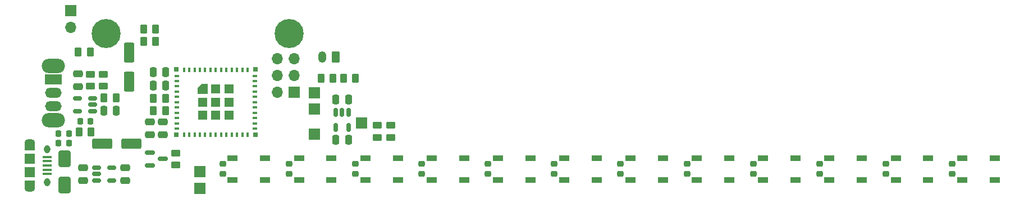
<source format=gbr>
%TF.GenerationSoftware,KiCad,Pcbnew,7.0.5-0*%
%TF.CreationDate,2024-04-01T11:26:04-06:00*%
%TF.ProjectId,rainbow-music-pegasus,7261696e-626f-4772-9d6d-757369632d70,rev?*%
%TF.SameCoordinates,Original*%
%TF.FileFunction,Soldermask,Top*%
%TF.FilePolarity,Negative*%
%FSLAX46Y46*%
G04 Gerber Fmt 4.6, Leading zero omitted, Abs format (unit mm)*
G04 Created by KiCad (PCBNEW 7.0.5-0) date 2024-04-01 11:26:04*
%MOMM*%
%LPD*%
G01*
G04 APERTURE LIST*
G04 Aperture macros list*
%AMRoundRect*
0 Rectangle with rounded corners*
0 $1 Rounding radius*
0 $2 $3 $4 $5 $6 $7 $8 $9 X,Y pos of 4 corners*
0 Add a 4 corners polygon primitive as box body*
4,1,4,$2,$3,$4,$5,$6,$7,$8,$9,$2,$3,0*
0 Add four circle primitives for the rounded corners*
1,1,$1+$1,$2,$3*
1,1,$1+$1,$4,$5*
1,1,$1+$1,$6,$7*
1,1,$1+$1,$8,$9*
0 Add four rect primitives between the rounded corners*
20,1,$1+$1,$2,$3,$4,$5,0*
20,1,$1+$1,$4,$5,$6,$7,0*
20,1,$1+$1,$6,$7,$8,$9,0*
20,1,$1+$1,$8,$9,$2,$3,0*%
%AMFreePoly0*
4,1,6,0.725000,-0.725000,-0.725000,-0.725000,-0.725000,0.125000,-0.125000,0.725000,0.725000,0.725000,0.725000,-0.725000,0.725000,-0.725000,$1*%
G04 Aperture macros list end*
%ADD10R,1.350000X0.400000*%
%ADD11O,1.550000X1.000000*%
%ADD12R,1.500000X1.200000*%
%ADD13O,0.950000X1.250000*%
%ADD14R,1.500000X1.500000*%
%ADD15RoundRect,0.225000X0.250000X-0.225000X0.250000X0.225000X-0.250000X0.225000X-0.250000X-0.225000X0*%
%ADD16R,1.500000X0.900000*%
%ADD17R,1.700000X1.700000*%
%ADD18RoundRect,0.250000X0.475000X-0.250000X0.475000X0.250000X-0.475000X0.250000X-0.475000X-0.250000X0*%
%ADD19RoundRect,0.250000X-0.250000X-0.475000X0.250000X-0.475000X0.250000X0.475000X-0.250000X0.475000X0*%
%ADD20O,3.500000X2.200000*%
%ADD21R,2.500000X1.500000*%
%ADD22O,2.500000X1.500000*%
%ADD23RoundRect,0.218750X0.218750X0.256250X-0.218750X0.256250X-0.218750X-0.256250X0.218750X-0.256250X0*%
%ADD24RoundRect,0.250000X0.450000X-0.262500X0.450000X0.262500X-0.450000X0.262500X-0.450000X-0.262500X0*%
%ADD25RoundRect,0.225000X-0.225000X-0.250000X0.225000X-0.250000X0.225000X0.250000X-0.225000X0.250000X0*%
%ADD26RoundRect,0.250000X0.262500X0.450000X-0.262500X0.450000X-0.262500X-0.450000X0.262500X-0.450000X0*%
%ADD27RoundRect,0.250000X-0.262500X-0.450000X0.262500X-0.450000X0.262500X0.450000X-0.262500X0.450000X0*%
%ADD28RoundRect,0.150000X-0.587500X-0.150000X0.587500X-0.150000X0.587500X0.150000X-0.587500X0.150000X0*%
%ADD29RoundRect,0.150000X-0.150000X0.512500X-0.150000X-0.512500X0.150000X-0.512500X0.150000X0.512500X0*%
%ADD30RoundRect,0.250000X1.250000X0.550000X-1.250000X0.550000X-1.250000X-0.550000X1.250000X-0.550000X0*%
%ADD31RoundRect,0.250000X0.650000X-1.000000X0.650000X1.000000X-0.650000X1.000000X-0.650000X-1.000000X0*%
%ADD32RoundRect,0.250000X0.350000X0.625000X-0.350000X0.625000X-0.350000X-0.625000X0.350000X-0.625000X0*%
%ADD33O,1.200000X1.750000*%
%ADD34O,1.700000X1.700000*%
%ADD35RoundRect,0.250000X-0.450000X0.262500X-0.450000X-0.262500X0.450000X-0.262500X0.450000X0.262500X0*%
%ADD36RoundRect,0.150000X-0.512500X-0.150000X0.512500X-0.150000X0.512500X0.150000X-0.512500X0.150000X0*%
%ADD37RoundRect,0.218750X-0.218750X-0.256250X0.218750X-0.256250X0.218750X0.256250X-0.218750X0.256250X0*%
%ADD38RoundRect,0.250000X0.250000X0.475000X-0.250000X0.475000X-0.250000X-0.475000X0.250000X-0.475000X0*%
%ADD39RoundRect,0.250000X0.550000X-1.250000X0.550000X1.250000X-0.550000X1.250000X-0.550000X-1.250000X0*%
%ADD40C,0.700000*%
%ADD41C,4.400000*%
%ADD42RoundRect,0.150000X0.512500X0.150000X-0.512500X0.150000X-0.512500X-0.150000X0.512500X-0.150000X0*%
%ADD43R,0.800000X0.400000*%
%ADD44R,0.400000X0.800000*%
%ADD45FreePoly0,0.000000*%
%ADD46R,1.450000X1.450000*%
%ADD47R,0.700000X0.700000*%
%ADD48RoundRect,0.250000X-0.475000X0.250000X-0.475000X-0.250000X0.475000X-0.250000X0.475000X0.250000X0*%
G04 APERTURE END LIST*
D10*
%TO.C,J1*%
X85410000Y-98800000D03*
X85410000Y-99450000D03*
X85410000Y-100100000D03*
X85410000Y-100750000D03*
X85410000Y-101400000D03*
D11*
X82710000Y-96600000D03*
D12*
X82710000Y-97200000D03*
D13*
X85410000Y-97600000D03*
D14*
X82710000Y-99100000D03*
X82710000Y-101100000D03*
D13*
X85410000Y-102600000D03*
D12*
X82710000Y-103000000D03*
D11*
X82710000Y-103600000D03*
%TD*%
D15*
%TO.C,C19*%
X151847500Y-101375000D03*
X151847500Y-99825000D03*
%TD*%
D16*
%TO.C,D5*%
X133350000Y-98950000D03*
X133350000Y-102250000D03*
X138250000Y-102250000D03*
X138250000Y-98950000D03*
%TD*%
%TO.C,D1*%
X113350000Y-98950000D03*
X113350000Y-102250000D03*
X118250000Y-102250000D03*
X118250000Y-98950000D03*
%TD*%
D17*
%TO.C,TP5*%
X125658384Y-89050000D03*
%TD*%
D18*
%TO.C,C8*%
X97147500Y-102350000D03*
X97147500Y-100450000D03*
%TD*%
D16*
%TO.C,D13*%
X173350000Y-98950000D03*
X173350000Y-102250000D03*
X178250000Y-102250000D03*
X178250000Y-98950000D03*
%TD*%
D19*
%TO.C,C3*%
X101347500Y-85990000D03*
X103247500Y-85990000D03*
%TD*%
D20*
%TO.C,SW1*%
X86317500Y-84990000D03*
D21*
X86317500Y-87090000D03*
D22*
X86317500Y-89090000D03*
X86317500Y-91090000D03*
D20*
X86317500Y-93190000D03*
%TD*%
D23*
%TO.C,D27*%
X88675000Y-95240000D03*
X87100000Y-95240000D03*
%TD*%
D16*
%TO.C,D7*%
X143350000Y-98950000D03*
X143350000Y-102250000D03*
X148250000Y-102250000D03*
X148250000Y-98950000D03*
%TD*%
D24*
%TO.C,R14*%
X104725000Y-100012500D03*
X104725000Y-98187500D03*
%TD*%
D16*
%TO.C,D11*%
X163350000Y-98950000D03*
X163350000Y-102250000D03*
X168250000Y-102250000D03*
X168250000Y-98950000D03*
%TD*%
D25*
%TO.C,C35*%
X90325000Y-93387500D03*
X91875000Y-93387500D03*
%TD*%
D26*
%TO.C,R3*%
X101720884Y-79400000D03*
X99895884Y-79400000D03*
%TD*%
D27*
%TO.C,R1*%
X101385000Y-89900000D03*
X103210000Y-89900000D03*
%TD*%
D24*
%TO.C,R10*%
X135147500Y-95852500D03*
X135147500Y-94027500D03*
%TD*%
D28*
%TO.C,Q1*%
X100900884Y-98150000D03*
X100900884Y-100050000D03*
X102775884Y-99100000D03*
%TD*%
D27*
%TO.C,R12*%
X126665000Y-86850000D03*
X128490000Y-86850000D03*
%TD*%
D29*
%TO.C,U4*%
X130797500Y-92050000D03*
X129847500Y-92050000D03*
X128897500Y-92050000D03*
X128897500Y-94325000D03*
X130797500Y-94325000D03*
%TD*%
D15*
%TO.C,C21*%
X161847500Y-101375000D03*
X161847500Y-99825000D03*
%TD*%
D18*
%TO.C,C1*%
X100877500Y-95400000D03*
X100877500Y-93500000D03*
%TD*%
D30*
%TO.C,C10*%
X98047500Y-96800000D03*
X93647500Y-96800000D03*
%TD*%
D31*
%TO.C,D25*%
X88008384Y-103050000D03*
X88008384Y-99050000D03*
%TD*%
D15*
%TO.C,C17*%
X141847500Y-101375000D03*
X141847500Y-99825000D03*
%TD*%
D32*
%TO.C,J3*%
X128857500Y-83690000D03*
D33*
X126857500Y-83690000D03*
%TD*%
D15*
%TO.C,C13*%
X121847500Y-101375000D03*
X121847500Y-99825000D03*
%TD*%
D17*
%TO.C,J2*%
X122597500Y-89000000D03*
D34*
X120057500Y-89000000D03*
X122597500Y-86460000D03*
X120057500Y-86460000D03*
X122597500Y-83920000D03*
X120057500Y-83920000D03*
%TD*%
D17*
%TO.C,TP1*%
X125658384Y-95325000D03*
%TD*%
D35*
%TO.C,R7*%
X91927500Y-86267500D03*
X91927500Y-88092500D03*
%TD*%
D15*
%TO.C,C23*%
X171847500Y-101375000D03*
X171847500Y-99825000D03*
%TD*%
D18*
%TO.C,C7*%
X90747500Y-102350000D03*
X90747500Y-100450000D03*
%TD*%
%TO.C,C2*%
X102847500Y-95400000D03*
X102847500Y-93500000D03*
%TD*%
D26*
%TO.C,R13*%
X131860000Y-86850000D03*
X130035000Y-86850000D03*
%TD*%
D16*
%TO.C,D23*%
X223350000Y-98950000D03*
X223350000Y-102250000D03*
X228250000Y-102250000D03*
X228250000Y-98950000D03*
%TD*%
D17*
%TO.C,TP3*%
X108400000Y-103600000D03*
%TD*%
D36*
%TO.C,U3*%
X92810000Y-100450000D03*
X92810000Y-101400000D03*
X92810000Y-102350000D03*
X95085000Y-102350000D03*
X95085000Y-100450000D03*
%TD*%
D17*
%TO.C,TP2*%
X108400000Y-101000000D03*
%TD*%
D15*
%TO.C,C25*%
X181847500Y-101375000D03*
X181847500Y-99825000D03*
%TD*%
D17*
%TO.C,TP4*%
X125658384Y-91550000D03*
%TD*%
D16*
%TO.C,D15*%
X183350000Y-98950000D03*
X183350000Y-102250000D03*
X188250000Y-102250000D03*
X188250000Y-98950000D03*
%TD*%
D37*
%TO.C,D26*%
X87100000Y-96710000D03*
X88675000Y-96710000D03*
%TD*%
D16*
%TO.C,D17*%
X193350000Y-98950000D03*
X193350000Y-102250000D03*
X198250000Y-102250000D03*
X198250000Y-98950000D03*
%TD*%
%TO.C,D21*%
X213350000Y-98950000D03*
X213350000Y-102250000D03*
X218250000Y-102250000D03*
X218250000Y-98950000D03*
%TD*%
D17*
%TO.C,MK1*%
X88947500Y-76600000D03*
D34*
X88947500Y-79140000D03*
%TD*%
D27*
%TO.C,R9*%
X90187500Y-94987500D03*
X92012500Y-94987500D03*
%TD*%
D16*
%TO.C,D19*%
X203350000Y-98950000D03*
X203350000Y-102250000D03*
X208250000Y-102250000D03*
X208250000Y-98950000D03*
%TD*%
%TO.C,D3*%
X123350000Y-98950000D03*
X123350000Y-102250000D03*
X128250000Y-102250000D03*
X128250000Y-98950000D03*
%TD*%
D15*
%TO.C,C11*%
X111847500Y-101375000D03*
X111847500Y-99825000D03*
%TD*%
D26*
%TO.C,R4*%
X101720884Y-81300000D03*
X99895884Y-81300000D03*
%TD*%
%TO.C,R6*%
X95760000Y-89825000D03*
X93935000Y-89825000D03*
%TD*%
D38*
%TO.C,C36*%
X130797500Y-90100000D03*
X128897500Y-90100000D03*
%TD*%
D15*
%TO.C,C27*%
X191847500Y-101375000D03*
X191847500Y-99825000D03*
%TD*%
D39*
%TO.C,C9*%
X97697500Y-87390000D03*
X97697500Y-82990000D03*
%TD*%
D40*
%TO.C,H1*%
X94280774Y-78450000D03*
X95447500Y-78933274D03*
X93114048Y-78933274D03*
X95930774Y-80100000D03*
D41*
X94280774Y-80100000D03*
D40*
X92630774Y-80100000D03*
X95447500Y-81266726D03*
X93114048Y-81266726D03*
X94280774Y-81750000D03*
%TD*%
D15*
%TO.C,C31*%
X211825000Y-101375000D03*
X211825000Y-99825000D03*
%TD*%
D42*
%TO.C,U2*%
X92237500Y-91837500D03*
X92237500Y-90887500D03*
X92237500Y-89937500D03*
X89962500Y-89937500D03*
X89962500Y-91837500D03*
%TD*%
D16*
%TO.C,D9*%
X153350000Y-98950000D03*
X153350000Y-102250000D03*
X158250000Y-102250000D03*
X158250000Y-98950000D03*
%TD*%
D15*
%TO.C,C33*%
X221850000Y-101375000D03*
X221850000Y-99825000D03*
%TD*%
D38*
%TO.C,C6*%
X95822500Y-91775000D03*
X93922500Y-91775000D03*
%TD*%
D43*
%TO.C,U1*%
X104900000Y-86500000D03*
X104900000Y-87300000D03*
X104900000Y-88100000D03*
X104900000Y-88900000D03*
X104900000Y-89700000D03*
X104900000Y-90500000D03*
X104900000Y-91300000D03*
X104900000Y-92100000D03*
X104900000Y-92900000D03*
X104900000Y-93700000D03*
X104900000Y-94500000D03*
D44*
X106000000Y-95400000D03*
X106800000Y-95400000D03*
X107600000Y-95400000D03*
X108400000Y-95400000D03*
X109200000Y-95400000D03*
X110000000Y-95400000D03*
X110800000Y-95400000D03*
X111600000Y-95400000D03*
X112400000Y-95400000D03*
X113200000Y-95400000D03*
X114000000Y-95400000D03*
X114800000Y-95400000D03*
X115600000Y-95400000D03*
D43*
X116700000Y-94500000D03*
X116700000Y-93700000D03*
X116700000Y-92900000D03*
X116700000Y-92100000D03*
X116700000Y-91300000D03*
X116700000Y-90500000D03*
X116700000Y-89700000D03*
X116700000Y-88900000D03*
X116700000Y-88100000D03*
X116700000Y-87300000D03*
X116700000Y-86500000D03*
D44*
X115600000Y-85600000D03*
X114800000Y-85600000D03*
X114000000Y-85600000D03*
X113200000Y-85600000D03*
X112400000Y-85600000D03*
X111600000Y-85600000D03*
X110800000Y-85600000D03*
X110000000Y-85600000D03*
X109200000Y-85600000D03*
X108400000Y-85600000D03*
X107600000Y-85600000D03*
X106800000Y-85600000D03*
X106000000Y-85600000D03*
D45*
X108825000Y-88525000D03*
D46*
X108825000Y-90500000D03*
X108825000Y-92475000D03*
X110800000Y-88525000D03*
X110800000Y-90500000D03*
X110800000Y-92475000D03*
X112775000Y-88525000D03*
X112775000Y-90500000D03*
X112775000Y-92475000D03*
D47*
X116750000Y-85550000D03*
X116750000Y-95450000D03*
X104850000Y-95450000D03*
X104850000Y-85550000D03*
%TD*%
D38*
%TO.C,C37*%
X130797500Y-96220000D03*
X128897500Y-96220000D03*
%TD*%
D15*
%TO.C,C29*%
X201847500Y-101375000D03*
X201847500Y-99825000D03*
%TD*%
%TO.C,C15*%
X131847500Y-101375000D03*
X131847500Y-99825000D03*
%TD*%
D17*
%TO.C,TP6*%
X132807500Y-93670000D03*
%TD*%
D40*
%TO.C,H2*%
X121842500Y-81738000D03*
X120675774Y-81254726D03*
X123009226Y-81254726D03*
X120192500Y-80088000D03*
D41*
X121842500Y-80088000D03*
D40*
X123492500Y-80088000D03*
X120675774Y-78921274D03*
X123009226Y-78921274D03*
X121842500Y-78438000D03*
%TD*%
D27*
%TO.C,R2*%
X101385000Y-91800000D03*
X103210000Y-91800000D03*
%TD*%
D24*
%TO.C,R5*%
X93827500Y-88092500D03*
X93827500Y-86267500D03*
%TD*%
D19*
%TO.C,C4*%
X101347500Y-87950000D03*
X103247500Y-87950000D03*
%TD*%
D48*
%TO.C,C5*%
X89997500Y-86230000D03*
X89997500Y-88130000D03*
%TD*%
D26*
%TO.C,R8*%
X91855000Y-82938000D03*
X90030000Y-82938000D03*
%TD*%
D24*
%TO.C,R11*%
X137147500Y-95852500D03*
X137147500Y-94027500D03*
%TD*%
M02*

</source>
